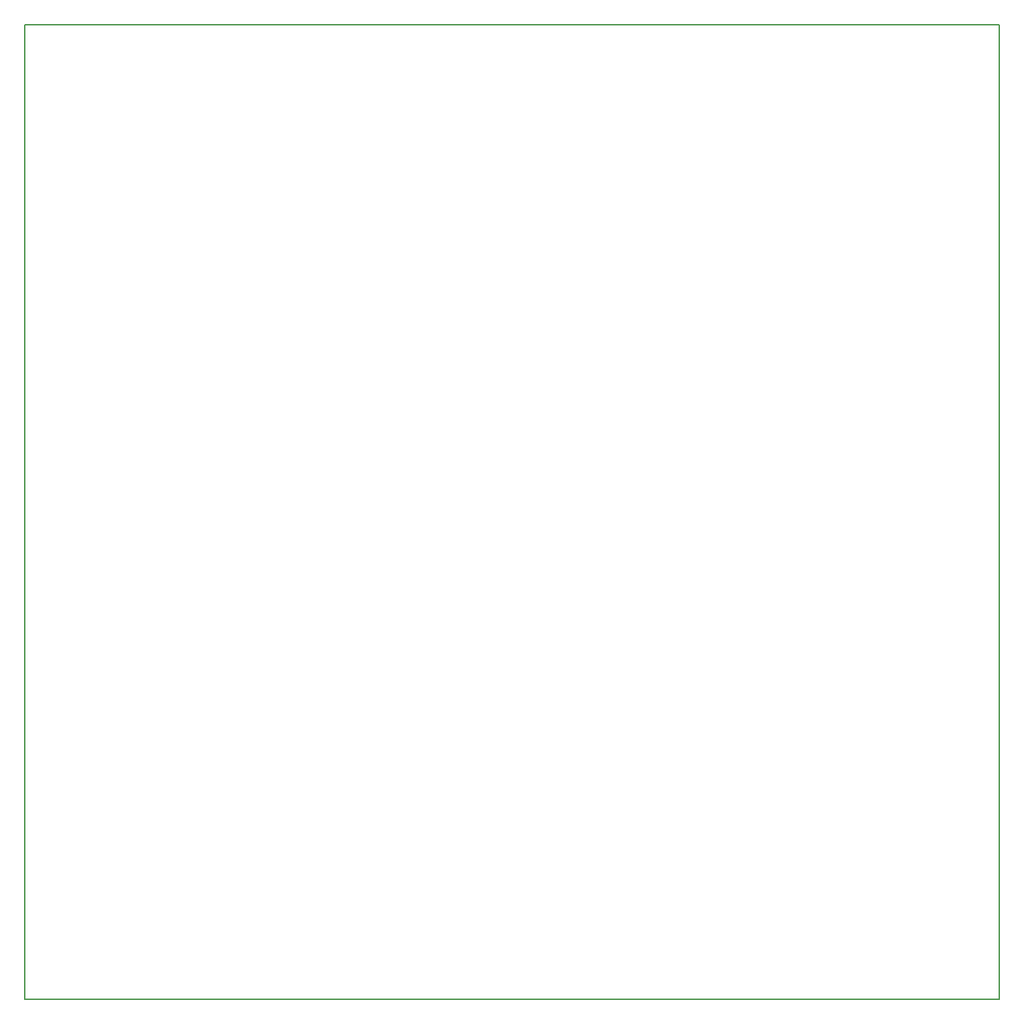
<source format=gbr>
G04 #@! TF.FileFunction,Legend,Bot*
%FSLAX46Y46*%
G04 Gerber Fmt 4.6, Leading zero omitted, Abs format (unit mm)*
G04 Created by KiCad (PCBNEW 4.0.7) date Thursday, 09. August 2018 'u49' 18:49:35*
%MOMM*%
%LPD*%
G01*
G04 APERTURE LIST*
%ADD10C,0.100000*%
%ADD11C,0.150000*%
G04 APERTURE END LIST*
D10*
D11*
X80000000Y-150000000D02*
X80000000Y-30000000D01*
X200000000Y-150000000D02*
X80000000Y-150000000D01*
X200000000Y-30000000D02*
X200000000Y-150000000D01*
X80000000Y-30000000D02*
X200000000Y-30000000D01*
M02*

</source>
